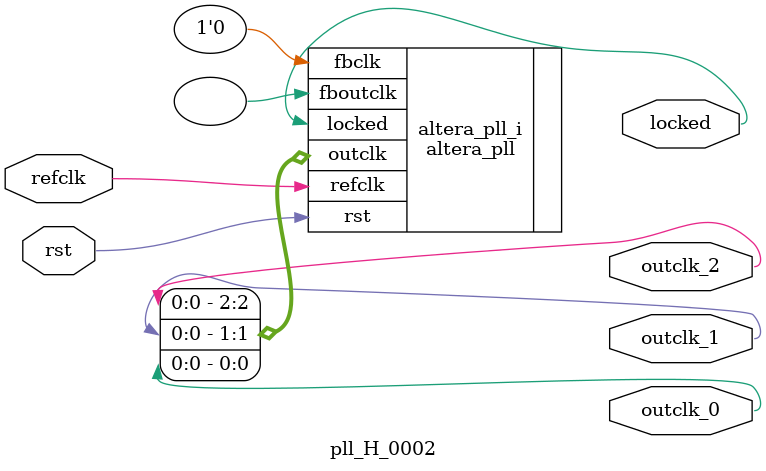
<source format=v>
`timescale 1ns/10ps
module  pll_H_0002(

	// interface 'refclk'
	input wire refclk,

	// interface 'reset'
	input wire rst,

	// interface 'outclk0'
	output wire outclk_0,

	// interface 'outclk1'
	output wire outclk_1,

	// interface 'outclk2'
	output wire outclk_2,

	// interface 'locked'
	output wire locked
);

	altera_pll #(
		.fractional_vco_multiplier("false"),
		.reference_clock_frequency("50.0 MHz"),
		.operation_mode("direct"),
		.number_of_clocks(3),
		.output_clock_frequency0("100.000000 MHz"),
		.phase_shift0("0 ps"),
		.duty_cycle0(50),
		.output_clock_frequency1("200.000000 MHz"),
		.phase_shift1("0 ps"),
		.duty_cycle1(50),
		.output_clock_frequency2("400.000000 MHz"),
		.phase_shift2("0 ps"),
		.duty_cycle2(50),
		.output_clock_frequency3("0 MHz"),
		.phase_shift3("0 ps"),
		.duty_cycle3(50),
		.output_clock_frequency4("0 MHz"),
		.phase_shift4("0 ps"),
		.duty_cycle4(50),
		.output_clock_frequency5("0 MHz"),
		.phase_shift5("0 ps"),
		.duty_cycle5(50),
		.output_clock_frequency6("0 MHz"),
		.phase_shift6("0 ps"),
		.duty_cycle6(50),
		.output_clock_frequency7("0 MHz"),
		.phase_shift7("0 ps"),
		.duty_cycle7(50),
		.output_clock_frequency8("0 MHz"),
		.phase_shift8("0 ps"),
		.duty_cycle8(50),
		.output_clock_frequency9("0 MHz"),
		.phase_shift9("0 ps"),
		.duty_cycle9(50),
		.output_clock_frequency10("0 MHz"),
		.phase_shift10("0 ps"),
		.duty_cycle10(50),
		.output_clock_frequency11("0 MHz"),
		.phase_shift11("0 ps"),
		.duty_cycle11(50),
		.output_clock_frequency12("0 MHz"),
		.phase_shift12("0 ps"),
		.duty_cycle12(50),
		.output_clock_frequency13("0 MHz"),
		.phase_shift13("0 ps"),
		.duty_cycle13(50),
		.output_clock_frequency14("0 MHz"),
		.phase_shift14("0 ps"),
		.duty_cycle14(50),
		.output_clock_frequency15("0 MHz"),
		.phase_shift15("0 ps"),
		.duty_cycle15(50),
		.output_clock_frequency16("0 MHz"),
		.phase_shift16("0 ps"),
		.duty_cycle16(50),
		.output_clock_frequency17("0 MHz"),
		.phase_shift17("0 ps"),
		.duty_cycle17(50),
		.pll_type("General"),
		.pll_subtype("General")
	) altera_pll_i (
		.rst	(rst),
		.outclk	({outclk_2, outclk_1, outclk_0}),
		.locked	(locked),
		.fboutclk	( ),
		.fbclk	(1'b0),
		.refclk	(refclk)
	);
endmodule


</source>
